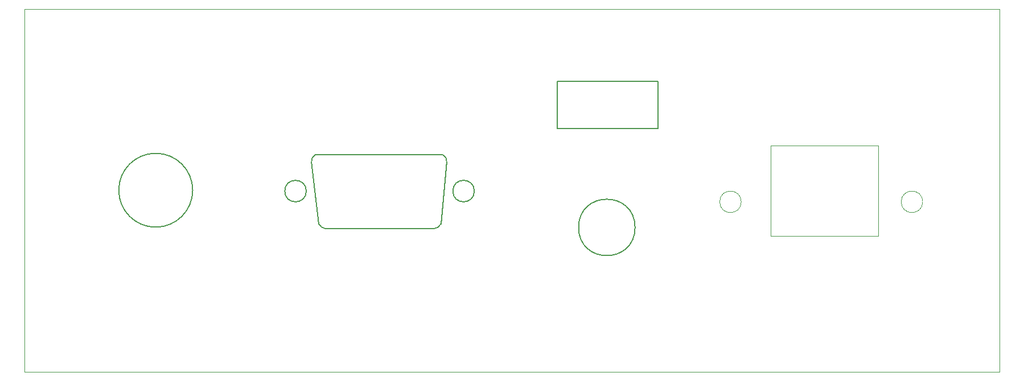
<source format=gbr>
%TF.GenerationSoftware,KiCad,Pcbnew,8.0.1*%
%TF.CreationDate,2025-07-27T10:51:28+02:00*%
%TF.ProjectId,SVX_Node_Case_back.kicad_pcb_usb,5356585f-4e6f-4646-955f-436173655f62,rev?*%
%TF.SameCoordinates,Original*%
%TF.FileFunction,Profile,NP*%
%FSLAX46Y46*%
G04 Gerber Fmt 4.6, Leading zero omitted, Abs format (unit mm)*
G04 Created by KiCad (PCBNEW 8.0.1) date 2025-07-27 10:51:28*
%MOMM*%
%LPD*%
G01*
G04 APERTURE LIST*
%TA.AperFunction,Profile*%
%ADD10C,0.200000*%
%TD*%
%TA.AperFunction,Profile*%
%ADD11C,0.050000*%
%TD*%
G04 APERTURE END LIST*
D10*
X105510000Y-96970000D02*
G75*
G02*
X94510000Y-96970000I-5500000J0D01*
G01*
X94510000Y-96970000D02*
G75*
G02*
X105510000Y-96970000I5500000J0D01*
G01*
X142439741Y-101966814D02*
G75*
G02*
X141299999Y-102700021I-1099841J457214D01*
G01*
D11*
X191500000Y-90300000D02*
X207500000Y-90300000D01*
X207500000Y-103800000D01*
X191500000Y-103800000D01*
X191500000Y-90300000D01*
D10*
X123193339Y-92702638D02*
G75*
G02*
X123760609Y-91697018I909361J149838D01*
G01*
X171310000Y-102510000D02*
G75*
G02*
X162910000Y-102510000I-4200000J0D01*
G01*
X162910000Y-102510000D02*
G75*
G02*
X171310000Y-102510000I4200000J0D01*
G01*
X125300000Y-102699999D02*
X141300000Y-102700000D01*
X142439742Y-101966814D02*
X143280000Y-92710000D01*
X159750000Y-80750000D02*
X174750000Y-80750000D01*
X174750000Y-87750000D01*
X159750000Y-87750000D01*
X159750000Y-80750000D01*
X147400000Y-97100000D02*
G75*
G02*
X144200000Y-97100000I-1600000J0D01*
G01*
X144200000Y-97100000D02*
G75*
G02*
X147400000Y-97100000I1600000J0D01*
G01*
X123760614Y-91697031D02*
X142706733Y-91700000D01*
X122400000Y-97100000D02*
G75*
G02*
X119200000Y-97100000I-1600000J0D01*
G01*
X119200000Y-97100000D02*
G75*
G02*
X122400000Y-97100000I1600000J0D01*
G01*
X125300000Y-102699998D02*
G75*
G02*
X124273804Y-101967453I75200J1190398D01*
G01*
X142710000Y-91700000D02*
G75*
G02*
X143277286Y-92705609I-342100J-855800D01*
G01*
X124273766Y-101967469D02*
X123193338Y-92702638D01*
D11*
X187100000Y-98700000D02*
G75*
G02*
X183900000Y-98700000I-1600000J0D01*
G01*
X183900000Y-98700000D02*
G75*
G02*
X187100000Y-98700000I1600000J0D01*
G01*
X214100000Y-98700000D02*
G75*
G02*
X210900000Y-98700000I-1600000J0D01*
G01*
X210900000Y-98700000D02*
G75*
G02*
X214100000Y-98700000I1600000J0D01*
G01*
X80500000Y-70000000D02*
X225500000Y-70000000D01*
X225500000Y-124000000D01*
X80500000Y-124000000D01*
X80500000Y-70000000D01*
M02*

</source>
